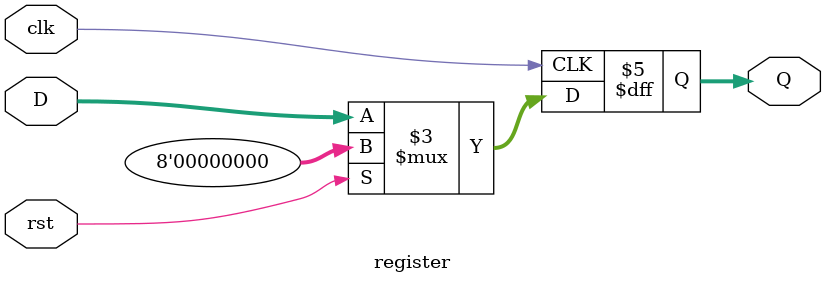
<source format=v>
module register(
						input clk,
						input rst,
						input [7:0]D,
						output reg[7:0]Q);
	always  @ (posedge clk)
		if (rst)
			Q <= 0;
		else
			Q <=D;
endmodule
</source>
